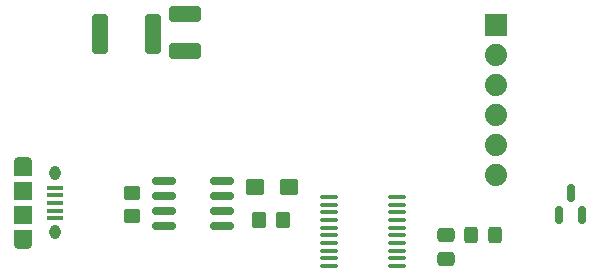
<source format=gbr>
%TF.GenerationSoftware,KiCad,Pcbnew,6.0.11-2627ca5db0~126~ubuntu22.04.1*%
%TF.CreationDate,2023-03-06T03:58:19-05:00*%
%TF.ProjectId,canbus-ds1820,63616e62-7573-42d6-9473-313832302e6b,1.0*%
%TF.SameCoordinates,Original*%
%TF.FileFunction,Paste,Top*%
%TF.FilePolarity,Positive*%
%FSLAX46Y46*%
G04 Gerber Fmt 4.6, Leading zero omitted, Abs format (unit mm)*
G04 Created by KiCad (PCBNEW 6.0.11-2627ca5db0~126~ubuntu22.04.1) date 2023-03-06 03:58:19*
%MOMM*%
%LPD*%
G01*
G04 APERTURE LIST*
G04 Aperture macros list*
%AMRoundRect*
0 Rectangle with rounded corners*
0 $1 Rounding radius*
0 $2 $3 $4 $5 $6 $7 $8 $9 X,Y pos of 4 corners*
0 Add a 4 corners polygon primitive as box body*
4,1,4,$2,$3,$4,$5,$6,$7,$8,$9,$2,$3,0*
0 Add four circle primitives for the rounded corners*
1,1,$1+$1,$2,$3*
1,1,$1+$1,$4,$5*
1,1,$1+$1,$6,$7*
1,1,$1+$1,$8,$9*
0 Add four rect primitives between the rounded corners*
20,1,$1+$1,$2,$3,$4,$5,0*
20,1,$1+$1,$4,$5,$6,$7,0*
20,1,$1+$1,$6,$7,$8,$9,0*
20,1,$1+$1,$8,$9,$2,$3,0*%
G04 Aperture macros list end*
%ADD10RoundRect,0.150000X0.150000X-0.587500X0.150000X0.587500X-0.150000X0.587500X-0.150000X-0.587500X0*%
%ADD11RoundRect,0.250000X0.450000X-0.350000X0.450000X0.350000X-0.450000X0.350000X-0.450000X-0.350000X0*%
%ADD12RoundRect,0.250000X-0.475000X0.337500X-0.475000X-0.337500X0.475000X-0.337500X0.475000X0.337500X0*%
%ADD13RoundRect,0.250000X-0.350000X-0.450000X0.350000X-0.450000X0.350000X0.450000X-0.350000X0.450000X0*%
%ADD14R,1.879600X1.879600*%
%ADD15C,1.879600*%
%ADD16RoundRect,0.250000X-0.400000X-1.450000X0.400000X-1.450000X0.400000X1.450000X-0.400000X1.450000X0*%
%ADD17RoundRect,0.250000X-0.537500X-0.425000X0.537500X-0.425000X0.537500X0.425000X-0.537500X0.425000X0*%
%ADD18RoundRect,0.250000X1.100000X-0.412500X1.100000X0.412500X-1.100000X0.412500X-1.100000X-0.412500X0*%
%ADD19RoundRect,0.100000X0.637500X0.100000X-0.637500X0.100000X-0.637500X-0.100000X0.637500X-0.100000X0*%
%ADD20O,1.550000X0.890000*%
%ADD21O,0.950000X1.250000*%
%ADD22R,1.350000X0.400000*%
%ADD23R,1.550000X1.500000*%
%ADD24R,1.550000X1.200000*%
%ADD25RoundRect,0.250000X-0.325000X-0.450000X0.325000X-0.450000X0.325000X0.450000X-0.325000X0.450000X0*%
%ADD26RoundRect,0.150000X0.825000X0.150000X-0.825000X0.150000X-0.825000X-0.150000X0.825000X-0.150000X0*%
G04 APERTURE END LIST*
D10*
%TO.C,Q3*%
X101890000Y-87117500D03*
X103790000Y-87117500D03*
X102840000Y-85242500D03*
%TD*%
D11*
%TO.C,R4*%
X65700000Y-87200000D03*
X65700000Y-85200000D03*
%TD*%
D12*
%TO.C,C5*%
X92325000Y-88762500D03*
X92325000Y-90837500D03*
%TD*%
D13*
%TO.C,R3*%
X76475000Y-87525000D03*
X78475000Y-87525000D03*
%TD*%
D14*
%TO.C,J3*%
X96500000Y-70990000D03*
D15*
X96500000Y-73530000D03*
X96500000Y-76070000D03*
X96500000Y-78610000D03*
X96500000Y-81150000D03*
X96500000Y-83690000D03*
%TD*%
D16*
%TO.C,F1*%
X63000000Y-71775000D03*
X67450000Y-71775000D03*
%TD*%
D17*
%TO.C,C6*%
X76100000Y-84725000D03*
X78975000Y-84725000D03*
%TD*%
D18*
%TO.C,C3*%
X70225000Y-73175000D03*
X70225000Y-70050000D03*
%TD*%
D19*
%TO.C,U2*%
X88125000Y-91400000D03*
X88125000Y-90750000D03*
X88125000Y-90100000D03*
X88125000Y-89450000D03*
X88125000Y-88800000D03*
X88125000Y-88150000D03*
X88125000Y-87500000D03*
X88125000Y-86850000D03*
X88125000Y-86200000D03*
X88125000Y-85550000D03*
X82400000Y-85550000D03*
X82400000Y-86200000D03*
X82400000Y-86850000D03*
X82400000Y-87500000D03*
X82400000Y-88150000D03*
X82400000Y-88800000D03*
X82400000Y-89450000D03*
X82400000Y-90100000D03*
X82400000Y-90750000D03*
X82400000Y-91400000D03*
%TD*%
D20*
%TO.C,J1*%
X56510000Y-89550000D03*
D21*
X59210000Y-88550000D03*
D20*
X56510000Y-82550000D03*
D21*
X59210000Y-83550000D03*
D22*
X59210000Y-84750000D03*
X59210000Y-85400000D03*
X59210000Y-86050000D03*
X59210000Y-86700000D03*
X59210000Y-87350000D03*
D23*
X56510000Y-87050000D03*
X56510000Y-85050000D03*
D24*
X56510000Y-88950000D03*
X56510000Y-83150000D03*
%TD*%
D25*
%TO.C,FB1*%
X94400000Y-88775000D03*
X96450000Y-88775000D03*
%TD*%
D26*
%TO.C,U4*%
X73325000Y-88015000D03*
X73325000Y-86745000D03*
X73325000Y-85475000D03*
X73325000Y-84205000D03*
X68375000Y-84205000D03*
X68375000Y-85475000D03*
X68375000Y-86745000D03*
X68375000Y-88015000D03*
%TD*%
M02*

</source>
